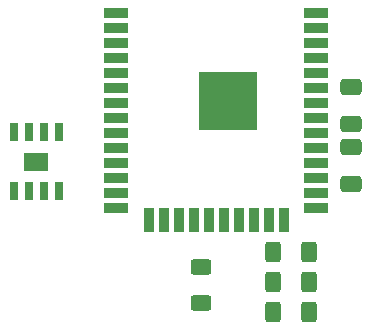
<source format=gbr>
%TF.GenerationSoftware,KiCad,Pcbnew,(6.0.7)*%
%TF.CreationDate,2022-10-29T10:50:57-05:00*%
%TF.ProjectId,BlastGate R2,426c6173-7447-4617-9465-2052322e6b69,rev?*%
%TF.SameCoordinates,Original*%
%TF.FileFunction,Paste,Bot*%
%TF.FilePolarity,Positive*%
%FSLAX46Y46*%
G04 Gerber Fmt 4.6, Leading zero omitted, Abs format (unit mm)*
G04 Created by KiCad (PCBNEW (6.0.7)) date 2022-10-29 10:50:57*
%MOMM*%
%LPD*%
G01*
G04 APERTURE LIST*
G04 Aperture macros list*
%AMRoundRect*
0 Rectangle with rounded corners*
0 $1 Rounding radius*
0 $2 $3 $4 $5 $6 $7 $8 $9 X,Y pos of 4 corners*
0 Add a 4 corners polygon primitive as box body*
4,1,4,$2,$3,$4,$5,$6,$7,$8,$9,$2,$3,0*
0 Add four circle primitives for the rounded corners*
1,1,$1+$1,$2,$3*
1,1,$1+$1,$4,$5*
1,1,$1+$1,$6,$7*
1,1,$1+$1,$8,$9*
0 Add four rect primitives between the rounded corners*
20,1,$1+$1,$2,$3,$4,$5,0*
20,1,$1+$1,$4,$5,$6,$7,0*
20,1,$1+$1,$6,$7,$8,$9,0*
20,1,$1+$1,$8,$9,$2,$3,0*%
G04 Aperture macros list end*
%ADD10RoundRect,0.250000X0.625000X-0.400000X0.625000X0.400000X-0.625000X0.400000X-0.625000X-0.400000X0*%
%ADD11RoundRect,0.250000X0.650000X-0.412500X0.650000X0.412500X-0.650000X0.412500X-0.650000X-0.412500X0*%
%ADD12R,0.802000X1.505000*%
%ADD13R,2.101200X1.567800*%
%ADD14R,2.000000X0.900000*%
%ADD15R,0.900000X2.000000*%
%ADD16R,5.000000X5.000000*%
%ADD17RoundRect,0.250000X-0.400000X-0.625000X0.400000X-0.625000X0.400000X0.625000X-0.400000X0.625000X0*%
%ADD18RoundRect,0.250000X-0.650000X0.412500X-0.650000X-0.412500X0.650000X-0.412500X0.650000X0.412500X0*%
G04 APERTURE END LIST*
D10*
%TO.C,R6*%
X196850000Y-88190000D03*
X196850000Y-85090000D03*
%TD*%
D11*
%TO.C,C11*%
X209550000Y-72962500D03*
X209550000Y-69837500D03*
%TD*%
D12*
%TO.C,U1*%
X180975000Y-73702500D03*
X182245000Y-73702500D03*
X183515000Y-73702500D03*
X184785000Y-73702500D03*
X184785000Y-78697500D03*
X183515000Y-78697500D03*
X182245000Y-78697500D03*
X180975000Y-78697500D03*
D13*
X182880000Y-76200000D03*
%TD*%
D14*
%TO.C,U2*%
X206620000Y-63595000D03*
X206620000Y-64865000D03*
X206620000Y-66135000D03*
X206620000Y-67405000D03*
X206620000Y-68675000D03*
X206620000Y-69945000D03*
X206620000Y-71215000D03*
X206620000Y-72485000D03*
X206620000Y-73755000D03*
X206620000Y-75025000D03*
X206620000Y-76295000D03*
X206620000Y-77565000D03*
X206620000Y-78835000D03*
X206620000Y-80105000D03*
D15*
X203835000Y-81105000D03*
X202565000Y-81105000D03*
X201295000Y-81105000D03*
X200025000Y-81105000D03*
X198755000Y-81105000D03*
X197485000Y-81105000D03*
X196215000Y-81105000D03*
X194945000Y-81105000D03*
X193675000Y-81105000D03*
X192405000Y-81105000D03*
D14*
X189620000Y-80105000D03*
X189620000Y-78835000D03*
X189620000Y-77565000D03*
X189620000Y-76295000D03*
X189620000Y-75025000D03*
X189620000Y-73755000D03*
X189620000Y-72485000D03*
X189620000Y-71215000D03*
X189620000Y-69945000D03*
X189620000Y-68675000D03*
X189620000Y-67405000D03*
X189620000Y-66135000D03*
X189620000Y-64865000D03*
X189620000Y-63595000D03*
D16*
X199120000Y-71095000D03*
%TD*%
D17*
%TO.C,R8*%
X202920000Y-88900000D03*
X206020000Y-88900000D03*
%TD*%
%TO.C,R10*%
X202920000Y-83820000D03*
X206020000Y-83820000D03*
%TD*%
%TO.C,R9*%
X202920000Y-86360000D03*
X206020000Y-86360000D03*
%TD*%
D18*
%TO.C,C2*%
X209550000Y-74917500D03*
X209550000Y-78042500D03*
%TD*%
M02*

</source>
